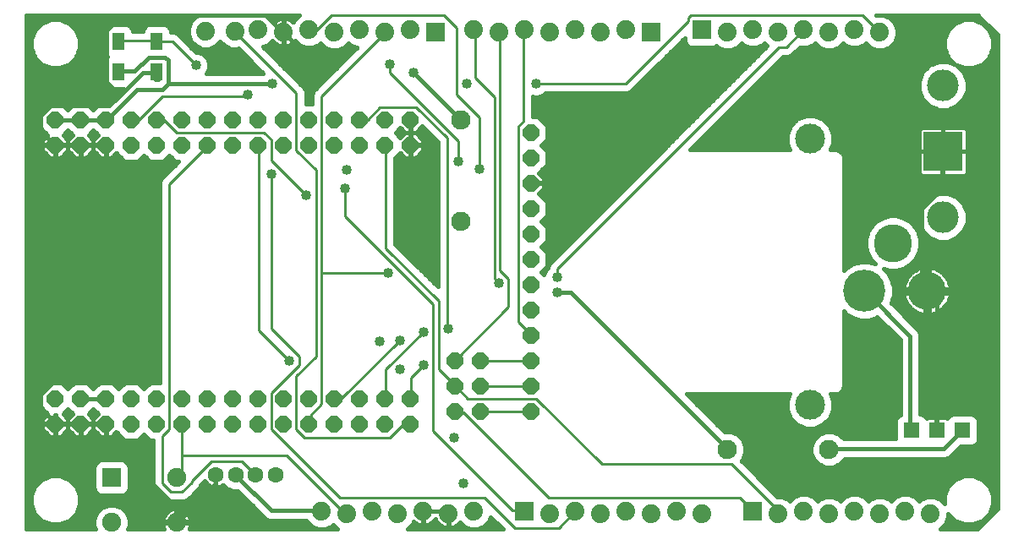
<source format=gtl>
G75*
%MOIN*%
%OFA0B0*%
%FSLAX25Y25*%
%IPPOS*%
%LPD*%
%AMOC8*
5,1,8,0,0,1.08239X$1,22.5*
%
%ADD10R,0.07400X0.07400*%
%ADD11C,0.07400*%
%ADD12OC8,0.06400*%
%ADD13C,0.11811*%
%ADD14C,0.06299*%
%ADD15R,0.15600X0.15600*%
%ADD16C,0.12500*%
%ADD17R,0.07500X0.07500*%
%ADD18C,0.07500*%
%ADD19R,0.04724X0.07087*%
%ADD20C,0.16598*%
%ADD21C,0.15024*%
%ADD22R,0.06337X0.06337*%
%ADD23C,0.07600*%
%ADD24C,0.01500*%
%ADD25C,0.04000*%
%ADD26C,0.01600*%
%ADD27C,0.01000*%
D10*
X0292595Y0032300D03*
X0382595Y0032300D03*
X0342595Y0221300D03*
X0362595Y0222300D03*
X0257595Y0221300D03*
D11*
X0247595Y0222300D03*
X0237595Y0221300D03*
X0227595Y0222300D03*
X0217595Y0221300D03*
X0207595Y0222300D03*
X0197595Y0221300D03*
X0187595Y0222300D03*
X0178295Y0221800D03*
X0166895Y0221800D03*
X0272595Y0222300D03*
X0282595Y0221300D03*
X0292595Y0222300D03*
X0302595Y0221300D03*
X0312595Y0222300D03*
X0322595Y0221300D03*
X0332595Y0222300D03*
X0372595Y0221300D03*
X0382595Y0222300D03*
X0392595Y0221300D03*
X0402595Y0222300D03*
X0412595Y0221300D03*
X0422595Y0222300D03*
X0432595Y0221300D03*
X0422595Y0032300D03*
X0412595Y0031300D03*
X0402595Y0032300D03*
X0392595Y0031300D03*
X0362595Y0031300D03*
X0352595Y0032300D03*
X0342595Y0031300D03*
X0332595Y0032300D03*
X0322595Y0031300D03*
X0312595Y0032300D03*
X0302595Y0031300D03*
X0272595Y0032300D03*
X0262595Y0031300D03*
X0252595Y0032300D03*
X0242595Y0031300D03*
X0232595Y0032300D03*
X0222595Y0031300D03*
X0212595Y0032300D03*
X0432595Y0031300D03*
X0442595Y0032300D03*
X0452595Y0031300D03*
D12*
X0295095Y0071800D03*
X0295095Y0081800D03*
X0295095Y0091800D03*
X0295095Y0101800D03*
X0295095Y0111800D03*
X0295095Y0121800D03*
X0295095Y0131800D03*
X0295095Y0141800D03*
X0295095Y0151800D03*
X0295095Y0161800D03*
X0295095Y0171800D03*
X0295095Y0181800D03*
X0247595Y0176800D03*
X0237595Y0176800D03*
X0227595Y0176800D03*
X0217595Y0176800D03*
X0207595Y0176800D03*
X0197595Y0176800D03*
X0187595Y0176800D03*
X0177595Y0176800D03*
X0167595Y0176800D03*
X0157595Y0176800D03*
X0147595Y0176800D03*
X0137595Y0176800D03*
X0127595Y0176800D03*
X0117595Y0176800D03*
X0107595Y0176800D03*
X0107595Y0186800D03*
X0117595Y0186800D03*
X0127595Y0186800D03*
X0137595Y0186800D03*
X0147595Y0186800D03*
X0157595Y0186800D03*
X0167595Y0186800D03*
X0177595Y0186800D03*
X0187595Y0186800D03*
X0197595Y0186800D03*
X0207595Y0186800D03*
X0217595Y0186800D03*
X0227595Y0186800D03*
X0237595Y0186800D03*
X0247595Y0186800D03*
X0265095Y0091800D03*
X0275095Y0091800D03*
X0275095Y0081800D03*
X0265095Y0081800D03*
X0265095Y0071800D03*
X0275095Y0071800D03*
X0247595Y0066800D03*
X0237595Y0066800D03*
X0227595Y0066800D03*
X0217595Y0066800D03*
X0207595Y0066800D03*
X0197595Y0066800D03*
X0187595Y0066800D03*
X0177595Y0066800D03*
X0167595Y0066800D03*
X0157595Y0066800D03*
X0147595Y0066800D03*
X0137595Y0066800D03*
X0127595Y0066800D03*
X0117595Y0066800D03*
X0107595Y0066800D03*
X0107595Y0076800D03*
X0117595Y0076800D03*
X0127595Y0076800D03*
X0137595Y0076800D03*
X0147595Y0076800D03*
X0157595Y0076800D03*
X0167595Y0076800D03*
X0177595Y0076800D03*
X0187595Y0076800D03*
X0197595Y0076800D03*
X0207595Y0076800D03*
X0217595Y0076800D03*
X0227595Y0076800D03*
X0237595Y0076800D03*
X0247595Y0076800D03*
D13*
X0405095Y0074300D03*
X0405095Y0179300D03*
D14*
X0194406Y0046800D03*
X0186532Y0046800D03*
X0178658Y0046800D03*
X0170784Y0046800D03*
D15*
X0457595Y0174300D03*
D16*
X0457595Y0200300D03*
X0457595Y0148300D03*
D17*
X0129800Y0045658D03*
D18*
X0129800Y0027942D03*
X0155390Y0027942D03*
X0155390Y0045658D03*
D19*
X0147595Y0205898D03*
X0132595Y0205898D03*
X0132595Y0217702D03*
X0147595Y0217702D03*
D20*
X0426552Y0119300D03*
D21*
X0451158Y0119300D03*
X0437772Y0138198D03*
D22*
X0445095Y0064300D03*
X0455095Y0064300D03*
X0465095Y0064300D03*
D23*
X0412595Y0056800D03*
X0372595Y0056800D03*
X0267595Y0146800D03*
X0267595Y0186800D03*
D24*
X0267495Y0186800D01*
X0248795Y0205500D01*
X0247695Y0186800D02*
X0247595Y0186800D01*
X0247695Y0186800D02*
X0247695Y0176900D01*
X0247595Y0176800D01*
X0218545Y0208800D02*
X0210295Y0208800D01*
X0198195Y0220900D01*
X0197595Y0221300D01*
X0197095Y0221450D01*
X0190495Y0228050D01*
X0133845Y0228050D01*
X0127795Y0222000D01*
X0127795Y0201650D01*
X0133020Y0196425D01*
X0142095Y0205500D01*
X0147595Y0205500D01*
X0147595Y0205898D01*
X0151995Y0210450D02*
X0151995Y0201100D01*
X0193245Y0201100D01*
X0151995Y0201100D02*
X0149795Y0198900D01*
X0139895Y0198900D01*
X0127795Y0186800D01*
X0127595Y0186800D01*
X0117595Y0186800D01*
X0107595Y0186800D01*
X0105795Y0192300D02*
X0101945Y0188450D01*
X0101945Y0182400D01*
X0107445Y0176900D01*
X0107595Y0176800D01*
X0107445Y0176350D01*
X0107445Y0083950D01*
X0101945Y0078450D01*
X0101945Y0072950D01*
X0107445Y0067450D01*
X0107595Y0066800D01*
X0107995Y0066900D01*
X0117345Y0066900D01*
X0117595Y0066800D01*
X0117895Y0066900D01*
X0127245Y0066900D01*
X0127595Y0066800D01*
X0127795Y0066350D01*
X0127795Y0061400D01*
X0158320Y0030875D01*
X0170695Y0043250D01*
X0170695Y0046550D01*
X0170784Y0046800D01*
X0178658Y0046800D02*
X0178945Y0046550D01*
X0192695Y0032800D01*
X0212495Y0032800D01*
X0212595Y0032300D01*
X0252595Y0032300D02*
X0252645Y0032250D01*
X0261995Y0032250D01*
X0262545Y0031700D01*
X0262595Y0031300D01*
X0158320Y0030875D02*
X0155845Y0028400D01*
X0155390Y0027942D01*
X0127595Y0076800D02*
X0117595Y0076800D01*
X0117595Y0176800D02*
X0117345Y0176900D01*
X0107995Y0176900D01*
X0107595Y0176800D01*
X0117595Y0176800D02*
X0117895Y0176900D01*
X0127245Y0176900D01*
X0127595Y0176800D01*
X0128895Y0192300D02*
X0105795Y0192300D01*
X0128895Y0192300D02*
X0133020Y0196425D01*
X0132595Y0205898D02*
X0132745Y0206050D01*
X0138795Y0206050D01*
X0144295Y0211550D01*
X0150895Y0211550D01*
X0151995Y0210450D01*
X0305445Y0118600D02*
X0310945Y0118600D01*
X0372545Y0057000D01*
X0372595Y0056800D01*
X0412595Y0056800D02*
X0412695Y0057000D01*
X0457795Y0057000D01*
X0465095Y0064300D01*
X0455095Y0064300D02*
X0455045Y0064700D01*
X0455045Y0115300D01*
X0451195Y0119150D01*
X0451158Y0119300D01*
X0450645Y0119700D01*
X0448995Y0121350D01*
X0448995Y0151600D01*
X0457245Y0159850D01*
X0457245Y0174150D01*
X0457595Y0174300D01*
X0426995Y0119150D02*
X0426552Y0119300D01*
X0426995Y0119150D02*
X0444595Y0101550D01*
X0444595Y0064700D01*
X0445095Y0064300D01*
D25*
X0305445Y0118600D03*
X0305445Y0124650D03*
X0282345Y0122450D03*
X0262545Y0104300D03*
X0252645Y0103200D03*
X0243295Y0099900D03*
X0235595Y0099350D03*
X0243295Y0088350D03*
X0252645Y0090000D03*
X0264745Y0061400D03*
X0268595Y0043250D03*
X0199845Y0091650D03*
X0238895Y0126300D03*
X0206445Y0157100D03*
X0221845Y0159850D03*
X0222395Y0167000D03*
X0192695Y0165350D03*
X0183345Y0196700D03*
X0193245Y0201100D03*
X0218545Y0208800D03*
X0239445Y0208800D03*
X0248795Y0205500D03*
X0269695Y0201100D03*
X0297195Y0201100D03*
X0274645Y0167550D03*
X0266395Y0170300D03*
X0162995Y0208250D03*
D26*
X0096195Y0228200D02*
X0096195Y0025400D01*
X0123330Y0025400D01*
X0122850Y0026559D01*
X0122850Y0029324D01*
X0123908Y0031879D01*
X0125863Y0033834D01*
X0128417Y0034892D01*
X0131182Y0034892D01*
X0133737Y0033834D01*
X0135692Y0031879D01*
X0136750Y0029324D01*
X0136750Y0026559D01*
X0136270Y0025400D01*
X0150457Y0025400D01*
X0150247Y0025811D01*
X0149977Y0026642D01*
X0149840Y0027505D01*
X0149840Y0027617D01*
X0155065Y0027617D01*
X0155065Y0028267D01*
X0149840Y0028267D01*
X0149840Y0028379D01*
X0149977Y0029241D01*
X0150247Y0030072D01*
X0150644Y0030851D01*
X0151157Y0031557D01*
X0151775Y0032175D01*
X0152482Y0032689D01*
X0153260Y0033085D01*
X0154091Y0033355D01*
X0154954Y0033492D01*
X0155065Y0033492D01*
X0155065Y0028267D01*
X0155715Y0028267D01*
X0155715Y0033492D01*
X0155827Y0033492D01*
X0156690Y0033355D01*
X0157521Y0033085D01*
X0158299Y0032689D01*
X0159006Y0032175D01*
X0159624Y0031557D01*
X0160137Y0030851D01*
X0160534Y0030072D01*
X0160804Y0029241D01*
X0160940Y0028379D01*
X0160940Y0028267D01*
X0155715Y0028267D01*
X0155715Y0027617D01*
X0160940Y0027617D01*
X0160940Y0027505D01*
X0160804Y0026642D01*
X0160534Y0025811D01*
X0160324Y0025400D01*
X0218808Y0025400D01*
X0218687Y0025450D01*
X0217095Y0027042D01*
X0216504Y0026450D01*
X0213968Y0025400D01*
X0211223Y0025400D01*
X0208687Y0026450D01*
X0206746Y0028391D01*
X0206556Y0028850D01*
X0191909Y0028850D01*
X0190458Y0029451D01*
X0189346Y0030562D01*
X0179459Y0040450D01*
X0177395Y0040450D01*
X0175061Y0041417D01*
X0173687Y0042791D01*
X0173378Y0042567D01*
X0172684Y0042213D01*
X0171943Y0041972D01*
X0171174Y0041850D01*
X0170784Y0041850D01*
X0170784Y0046800D01*
X0170784Y0046800D01*
X0170784Y0041850D01*
X0170395Y0041850D01*
X0169625Y0041972D01*
X0168884Y0042213D01*
X0168190Y0042567D01*
X0167560Y0043025D01*
X0167009Y0043576D01*
X0166551Y0044206D01*
X0166511Y0044284D01*
X0164871Y0042643D01*
X0164482Y0041704D01*
X0160632Y0037854D01*
X0159591Y0036813D01*
X0158231Y0036250D01*
X0152359Y0036250D01*
X0150999Y0036813D01*
X0147699Y0040113D01*
X0146658Y0041154D01*
X0146095Y0042514D01*
X0146095Y0060400D01*
X0144944Y0060400D01*
X0142595Y0062749D01*
X0140246Y0060400D01*
X0134944Y0060400D01*
X0131605Y0063739D01*
X0129666Y0061800D01*
X0127795Y0061800D01*
X0127795Y0066600D01*
X0127395Y0066600D01*
X0122595Y0066600D01*
X0117795Y0066600D01*
X0117795Y0061800D01*
X0119666Y0061800D01*
X0122595Y0064729D01*
X0122595Y0066600D01*
X0122595Y0064729D01*
X0125524Y0061800D01*
X0127395Y0061800D01*
X0127395Y0066600D01*
X0127395Y0067000D01*
X0122595Y0067000D01*
X0122595Y0068871D01*
X0120656Y0070810D01*
X0122595Y0072749D01*
X0124534Y0070810D01*
X0122595Y0068871D01*
X0122595Y0067000D01*
X0117795Y0067000D01*
X0117795Y0066600D01*
X0117395Y0066600D01*
X0112595Y0066600D01*
X0107795Y0066600D01*
X0107795Y0061800D01*
X0109666Y0061800D01*
X0112595Y0064729D01*
X0112595Y0066600D01*
X0112595Y0064729D01*
X0115524Y0061800D01*
X0117395Y0061800D01*
X0117395Y0066600D01*
X0117395Y0067000D01*
X0112595Y0067000D01*
X0112595Y0068871D01*
X0110656Y0070810D01*
X0112595Y0072749D01*
X0114534Y0070810D01*
X0112595Y0068871D01*
X0112595Y0067000D01*
X0107795Y0067000D01*
X0107795Y0070400D01*
X0107395Y0070400D01*
X0107395Y0067000D01*
X0107395Y0066600D01*
X0102595Y0066600D01*
X0102595Y0064729D01*
X0105524Y0061800D01*
X0107395Y0061800D01*
X0107395Y0066600D01*
X0107795Y0066600D01*
X0107795Y0067000D01*
X0107395Y0067000D01*
X0102595Y0067000D01*
X0102595Y0068871D01*
X0104534Y0070810D01*
X0101195Y0074149D01*
X0101195Y0079451D01*
X0104944Y0083200D01*
X0110246Y0083200D01*
X0112595Y0080851D01*
X0114944Y0083200D01*
X0120246Y0083200D01*
X0122595Y0080851D01*
X0124944Y0083200D01*
X0130246Y0083200D01*
X0132595Y0080851D01*
X0134944Y0083200D01*
X0140246Y0083200D01*
X0142595Y0080851D01*
X0144944Y0083200D01*
X0148845Y0083200D01*
X0148845Y0162236D01*
X0149408Y0163596D01*
X0156213Y0170400D01*
X0154944Y0170400D01*
X0152595Y0172749D01*
X0150246Y0170400D01*
X0144944Y0170400D01*
X0142595Y0172749D01*
X0140246Y0170400D01*
X0134944Y0170400D01*
X0131605Y0173739D01*
X0129666Y0171800D01*
X0127795Y0171800D01*
X0127795Y0176600D01*
X0127395Y0176600D01*
X0122595Y0176600D01*
X0117795Y0176600D01*
X0117795Y0171800D01*
X0119666Y0171800D01*
X0122595Y0174729D01*
X0122595Y0176600D01*
X0122595Y0174729D01*
X0125524Y0171800D01*
X0127395Y0171800D01*
X0127395Y0176600D01*
X0127395Y0177000D01*
X0122595Y0177000D01*
X0122595Y0178871D01*
X0120656Y0180810D01*
X0122595Y0182749D01*
X0124534Y0180810D01*
X0122595Y0178871D01*
X0122595Y0177000D01*
X0117795Y0177000D01*
X0117795Y0176600D01*
X0117395Y0176600D01*
X0112595Y0176600D01*
X0107795Y0176600D01*
X0107795Y0171800D01*
X0109666Y0171800D01*
X0112595Y0174729D01*
X0112595Y0176600D01*
X0112595Y0174729D01*
X0115524Y0171800D01*
X0117395Y0171800D01*
X0117395Y0176600D01*
X0117395Y0177000D01*
X0112595Y0177000D01*
X0112595Y0178871D01*
X0110656Y0180810D01*
X0112595Y0182749D01*
X0114534Y0180810D01*
X0112595Y0178871D01*
X0112595Y0177000D01*
X0107795Y0177000D01*
X0107795Y0176600D01*
X0107395Y0176600D01*
X0102595Y0176600D01*
X0102595Y0174729D01*
X0105524Y0171800D01*
X0107395Y0171800D01*
X0107395Y0176600D01*
X0107395Y0177000D01*
X0102595Y0177000D01*
X0102595Y0178871D01*
X0104534Y0180810D01*
X0101195Y0184149D01*
X0101195Y0189451D01*
X0104944Y0193200D01*
X0110246Y0193200D01*
X0112595Y0190851D01*
X0114944Y0193200D01*
X0120246Y0193200D01*
X0122595Y0190851D01*
X0124944Y0193200D01*
X0128609Y0193200D01*
X0134564Y0199155D01*
X0129596Y0199155D01*
X0128420Y0199642D01*
X0127520Y0200542D01*
X0127033Y0201719D01*
X0127033Y0210078D01*
X0127520Y0211254D01*
X0128066Y0211800D01*
X0127520Y0212346D01*
X0127033Y0213522D01*
X0127033Y0221881D01*
X0127520Y0223058D01*
X0128420Y0223958D01*
X0129596Y0224445D01*
X0135594Y0224445D01*
X0136770Y0223958D01*
X0137670Y0223058D01*
X0138157Y0221881D01*
X0138157Y0221850D01*
X0142033Y0221850D01*
X0142033Y0221881D01*
X0142520Y0223058D01*
X0143420Y0223958D01*
X0144596Y0224445D01*
X0150594Y0224445D01*
X0151770Y0223958D01*
X0152670Y0223058D01*
X0153157Y0221881D01*
X0153157Y0221300D01*
X0154381Y0221300D01*
X0155741Y0220737D01*
X0163028Y0213450D01*
X0164029Y0213450D01*
X0165941Y0212658D01*
X0167403Y0211196D01*
X0168195Y0209284D01*
X0168195Y0207216D01*
X0167403Y0205304D01*
X0167149Y0205050D01*
X0189563Y0205050D01*
X0179699Y0214913D01*
X0179668Y0214900D01*
X0176923Y0214900D01*
X0174387Y0215950D01*
X0172595Y0217742D01*
X0170804Y0215950D01*
X0168268Y0214900D01*
X0165523Y0214900D01*
X0162987Y0215950D01*
X0161046Y0217891D01*
X0159995Y0220427D01*
X0159995Y0223172D01*
X0161046Y0225709D01*
X0162987Y0227650D01*
X0164316Y0228200D01*
X0096195Y0228200D01*
X0096195Y0228008D02*
X0163852Y0228008D01*
X0161747Y0226409D02*
X0096195Y0226409D01*
X0096195Y0224811D02*
X0102172Y0224811D01*
X0102214Y0224853D02*
X0099542Y0222181D01*
X0098096Y0218690D01*
X0098096Y0214910D01*
X0099542Y0211419D01*
X0102214Y0208747D01*
X0105706Y0207301D01*
X0109485Y0207301D01*
X0112976Y0208747D01*
X0115648Y0211419D01*
X0117094Y0214910D01*
X0117094Y0218690D01*
X0115648Y0222181D01*
X0112976Y0224853D01*
X0109485Y0226299D01*
X0105706Y0226299D01*
X0102214Y0224853D01*
X0100574Y0223212D02*
X0096195Y0223212D01*
X0096195Y0221614D02*
X0099307Y0221614D01*
X0098645Y0220015D02*
X0096195Y0220015D01*
X0096195Y0218417D02*
X0098096Y0218417D01*
X0098096Y0216818D02*
X0096195Y0216818D01*
X0096195Y0215220D02*
X0098096Y0215220D01*
X0098630Y0213621D02*
X0096195Y0213621D01*
X0096195Y0212023D02*
X0099292Y0212023D01*
X0100537Y0210424D02*
X0096195Y0210424D01*
X0096195Y0208826D02*
X0102135Y0208826D01*
X0096195Y0207227D02*
X0127033Y0207227D01*
X0127033Y0205629D02*
X0096195Y0205629D01*
X0096195Y0204030D02*
X0127033Y0204030D01*
X0127033Y0202432D02*
X0096195Y0202432D01*
X0096195Y0200833D02*
X0127400Y0200833D01*
X0129404Y0199235D02*
X0096195Y0199235D01*
X0096195Y0197636D02*
X0133045Y0197636D01*
X0131447Y0196038D02*
X0096195Y0196038D01*
X0096195Y0194439D02*
X0129848Y0194439D01*
X0124585Y0192841D02*
X0120605Y0192841D01*
X0122204Y0191242D02*
X0122986Y0191242D01*
X0114585Y0192841D02*
X0110605Y0192841D01*
X0112204Y0191242D02*
X0112986Y0191242D01*
X0104585Y0192841D02*
X0096195Y0192841D01*
X0096195Y0191242D02*
X0102986Y0191242D01*
X0101388Y0189644D02*
X0096195Y0189644D01*
X0096195Y0188045D02*
X0101195Y0188045D01*
X0101195Y0186447D02*
X0096195Y0186447D01*
X0096195Y0184848D02*
X0101195Y0184848D01*
X0102095Y0183250D02*
X0096195Y0183250D01*
X0096195Y0181651D02*
X0103693Y0181651D01*
X0103777Y0180053D02*
X0096195Y0180053D01*
X0096195Y0178454D02*
X0102595Y0178454D01*
X0102595Y0175257D02*
X0096195Y0175257D01*
X0096195Y0173659D02*
X0103666Y0173659D01*
X0105264Y0172060D02*
X0096195Y0172060D01*
X0096195Y0170462D02*
X0134883Y0170462D01*
X0133284Y0172060D02*
X0129926Y0172060D01*
X0127795Y0172060D02*
X0127395Y0172060D01*
X0127395Y0173659D02*
X0127795Y0173659D01*
X0127795Y0175257D02*
X0127395Y0175257D01*
X0127395Y0176856D02*
X0117795Y0176856D01*
X0117395Y0176856D02*
X0107795Y0176856D01*
X0107395Y0176856D02*
X0096195Y0176856D01*
X0107395Y0175257D02*
X0107795Y0175257D01*
X0107795Y0173659D02*
X0107395Y0173659D01*
X0107395Y0172060D02*
X0107795Y0172060D01*
X0109926Y0172060D02*
X0115264Y0172060D01*
X0117395Y0172060D02*
X0117795Y0172060D01*
X0117795Y0173659D02*
X0117395Y0173659D01*
X0117395Y0175257D02*
X0117795Y0175257D01*
X0119926Y0172060D02*
X0125264Y0172060D01*
X0123666Y0173659D02*
X0121525Y0173659D01*
X0122595Y0175257D02*
X0122595Y0175257D01*
X0122595Y0178454D02*
X0122595Y0178454D01*
X0121414Y0180053D02*
X0123777Y0180053D01*
X0123693Y0181651D02*
X0121497Y0181651D01*
X0113693Y0181651D02*
X0111497Y0181651D01*
X0111414Y0180053D02*
X0113777Y0180053D01*
X0112595Y0178454D02*
X0112595Y0178454D01*
X0112595Y0175257D02*
X0112595Y0175257D01*
X0111525Y0173659D02*
X0113666Y0173659D01*
X0131525Y0173659D02*
X0131686Y0173659D01*
X0140308Y0170462D02*
X0144883Y0170462D01*
X0143284Y0172060D02*
X0141906Y0172060D01*
X0150308Y0170462D02*
X0154883Y0170462D01*
X0154676Y0168863D02*
X0096195Y0168863D01*
X0096195Y0167265D02*
X0153077Y0167265D01*
X0151479Y0165666D02*
X0096195Y0165666D01*
X0096195Y0164068D02*
X0149880Y0164068D01*
X0148942Y0162469D02*
X0096195Y0162469D01*
X0096195Y0160870D02*
X0148845Y0160870D01*
X0148845Y0159272D02*
X0096195Y0159272D01*
X0096195Y0157673D02*
X0148845Y0157673D01*
X0148845Y0156075D02*
X0096195Y0156075D01*
X0096195Y0154476D02*
X0148845Y0154476D01*
X0148845Y0152878D02*
X0096195Y0152878D01*
X0096195Y0151279D02*
X0148845Y0151279D01*
X0148845Y0149681D02*
X0096195Y0149681D01*
X0096195Y0148082D02*
X0148845Y0148082D01*
X0148845Y0146484D02*
X0096195Y0146484D01*
X0096195Y0144885D02*
X0148845Y0144885D01*
X0148845Y0143287D02*
X0096195Y0143287D01*
X0096195Y0141688D02*
X0148845Y0141688D01*
X0148845Y0140090D02*
X0096195Y0140090D01*
X0096195Y0138491D02*
X0148845Y0138491D01*
X0148845Y0136893D02*
X0096195Y0136893D01*
X0096195Y0135294D02*
X0148845Y0135294D01*
X0148845Y0133696D02*
X0096195Y0133696D01*
X0096195Y0132097D02*
X0148845Y0132097D01*
X0148845Y0130499D02*
X0096195Y0130499D01*
X0096195Y0128900D02*
X0148845Y0128900D01*
X0148845Y0127302D02*
X0096195Y0127302D01*
X0096195Y0125703D02*
X0148845Y0125703D01*
X0148845Y0124105D02*
X0096195Y0124105D01*
X0096195Y0122506D02*
X0148845Y0122506D01*
X0148845Y0120908D02*
X0096195Y0120908D01*
X0096195Y0119309D02*
X0148845Y0119309D01*
X0148845Y0117711D02*
X0096195Y0117711D01*
X0096195Y0116112D02*
X0148845Y0116112D01*
X0148845Y0114514D02*
X0096195Y0114514D01*
X0096195Y0112915D02*
X0148845Y0112915D01*
X0148845Y0111317D02*
X0096195Y0111317D01*
X0096195Y0109718D02*
X0148845Y0109718D01*
X0148845Y0108120D02*
X0096195Y0108120D01*
X0096195Y0106521D02*
X0148845Y0106521D01*
X0148845Y0104923D02*
X0096195Y0104923D01*
X0096195Y0103324D02*
X0148845Y0103324D01*
X0148845Y0101726D02*
X0096195Y0101726D01*
X0096195Y0100127D02*
X0148845Y0100127D01*
X0148845Y0098529D02*
X0096195Y0098529D01*
X0096195Y0096930D02*
X0148845Y0096930D01*
X0148845Y0095332D02*
X0096195Y0095332D01*
X0096195Y0093733D02*
X0148845Y0093733D01*
X0148845Y0092134D02*
X0096195Y0092134D01*
X0096195Y0090536D02*
X0148845Y0090536D01*
X0148845Y0088937D02*
X0096195Y0088937D01*
X0096195Y0087339D02*
X0148845Y0087339D01*
X0148845Y0085740D02*
X0096195Y0085740D01*
X0096195Y0084142D02*
X0148845Y0084142D01*
X0144288Y0082543D02*
X0140903Y0082543D01*
X0142501Y0080945D02*
X0142689Y0080945D01*
X0134288Y0082543D02*
X0130903Y0082543D01*
X0132501Y0080945D02*
X0132689Y0080945D01*
X0124288Y0082543D02*
X0120903Y0082543D01*
X0122501Y0080945D02*
X0122689Y0080945D01*
X0114288Y0082543D02*
X0110903Y0082543D01*
X0112501Y0080945D02*
X0112689Y0080945D01*
X0104288Y0082543D02*
X0096195Y0082543D01*
X0096195Y0080945D02*
X0102689Y0080945D01*
X0101195Y0079346D02*
X0096195Y0079346D01*
X0096195Y0077748D02*
X0101195Y0077748D01*
X0101195Y0076149D02*
X0096195Y0076149D01*
X0096195Y0074551D02*
X0101195Y0074551D01*
X0102392Y0072952D02*
X0096195Y0072952D01*
X0096195Y0071354D02*
X0103990Y0071354D01*
X0103479Y0069755D02*
X0096195Y0069755D01*
X0096195Y0068157D02*
X0102595Y0068157D01*
X0102595Y0066558D02*
X0096195Y0066558D01*
X0096195Y0064960D02*
X0102595Y0064960D01*
X0103963Y0063361D02*
X0096195Y0063361D01*
X0096195Y0061763D02*
X0133581Y0061763D01*
X0131983Y0063361D02*
X0131227Y0063361D01*
X0127795Y0063361D02*
X0127395Y0063361D01*
X0127395Y0064960D02*
X0127795Y0064960D01*
X0127795Y0066558D02*
X0127395Y0066558D01*
X0123963Y0063361D02*
X0121227Y0063361D01*
X0122595Y0064960D02*
X0122595Y0064960D01*
X0122595Y0066558D02*
X0122595Y0066558D01*
X0122595Y0068157D02*
X0122595Y0068157D01*
X0121711Y0069755D02*
X0123479Y0069755D01*
X0123990Y0071354D02*
X0121200Y0071354D01*
X0113990Y0071354D02*
X0111200Y0071354D01*
X0111711Y0069755D02*
X0113479Y0069755D01*
X0112595Y0068157D02*
X0112595Y0068157D01*
X0112595Y0066558D02*
X0112595Y0066558D01*
X0112595Y0064960D02*
X0112595Y0064960D01*
X0111227Y0063361D02*
X0113963Y0063361D01*
X0117395Y0063361D02*
X0117795Y0063361D01*
X0117795Y0064960D02*
X0117395Y0064960D01*
X0117395Y0066558D02*
X0117795Y0066558D01*
X0107795Y0066558D02*
X0107395Y0066558D01*
X0107395Y0064960D02*
X0107795Y0064960D01*
X0107795Y0063361D02*
X0107395Y0063361D01*
X0107395Y0068157D02*
X0107795Y0068157D01*
X0107795Y0069755D02*
X0107395Y0069755D01*
X0096195Y0060164D02*
X0146095Y0060164D01*
X0146095Y0058566D02*
X0096195Y0058566D01*
X0096195Y0056967D02*
X0146095Y0056967D01*
X0146095Y0055369D02*
X0096195Y0055369D01*
X0096195Y0053770D02*
X0146095Y0053770D01*
X0146095Y0052172D02*
X0135240Y0052172D01*
X0135363Y0052121D02*
X0134186Y0052608D01*
X0125413Y0052608D01*
X0124237Y0052121D01*
X0123337Y0051221D01*
X0122850Y0050045D01*
X0122850Y0041272D01*
X0123337Y0040096D01*
X0124237Y0039195D01*
X0125413Y0038708D01*
X0134186Y0038708D01*
X0135363Y0039195D01*
X0136263Y0040096D01*
X0136750Y0041272D01*
X0136750Y0050045D01*
X0136263Y0051221D01*
X0135363Y0052121D01*
X0136531Y0050573D02*
X0146095Y0050573D01*
X0146095Y0048975D02*
X0136750Y0048975D01*
X0136750Y0047376D02*
X0146095Y0047376D01*
X0146095Y0045778D02*
X0136750Y0045778D01*
X0136750Y0044179D02*
X0146095Y0044179D01*
X0146095Y0042581D02*
X0136750Y0042581D01*
X0136630Y0040982D02*
X0146830Y0040982D01*
X0148429Y0039384D02*
X0135551Y0039384D01*
X0131915Y0034588D02*
X0185321Y0034588D01*
X0186919Y0032990D02*
X0157708Y0032990D01*
X0155715Y0032990D02*
X0155065Y0032990D01*
X0155065Y0031391D02*
X0155715Y0031391D01*
X0155715Y0029793D02*
X0155065Y0029793D01*
X0155065Y0028194D02*
X0136750Y0028194D01*
X0136750Y0026596D02*
X0149992Y0026596D01*
X0150156Y0029793D02*
X0136556Y0029793D01*
X0135894Y0031391D02*
X0151036Y0031391D01*
X0153072Y0032990D02*
X0134581Y0032990D01*
X0127684Y0034588D02*
X0116961Y0034588D01*
X0117094Y0034910D02*
X0115648Y0031419D01*
X0112976Y0028747D01*
X0109485Y0027301D01*
X0105706Y0027301D01*
X0102214Y0028747D01*
X0099542Y0031419D01*
X0098096Y0034910D01*
X0098096Y0038690D01*
X0099542Y0042181D01*
X0102214Y0044853D01*
X0105706Y0046299D01*
X0109485Y0046299D01*
X0112976Y0044853D01*
X0115648Y0042181D01*
X0117094Y0038690D01*
X0117094Y0034910D01*
X0117094Y0036187D02*
X0183722Y0036187D01*
X0182124Y0037785D02*
X0160563Y0037785D01*
X0162161Y0039384D02*
X0180525Y0039384D01*
X0176111Y0040982D02*
X0163760Y0040982D01*
X0164845Y0042581D02*
X0168171Y0042581D01*
X0166570Y0044179D02*
X0166407Y0044179D01*
X0170784Y0044179D02*
X0170784Y0044179D01*
X0170784Y0042581D02*
X0170784Y0042581D01*
X0173397Y0042581D02*
X0173898Y0042581D01*
X0170784Y0045778D02*
X0170784Y0045778D01*
X0150027Y0037785D02*
X0117094Y0037785D01*
X0116807Y0039384D02*
X0124049Y0039384D01*
X0122970Y0040982D02*
X0116145Y0040982D01*
X0115248Y0042581D02*
X0122850Y0042581D01*
X0122850Y0044179D02*
X0113650Y0044179D01*
X0110744Y0045778D02*
X0122850Y0045778D01*
X0122850Y0047376D02*
X0096195Y0047376D01*
X0096195Y0045778D02*
X0104447Y0045778D01*
X0101540Y0044179D02*
X0096195Y0044179D01*
X0096195Y0042581D02*
X0099942Y0042581D01*
X0099046Y0040982D02*
X0096195Y0040982D01*
X0096195Y0039384D02*
X0098383Y0039384D01*
X0098096Y0037785D02*
X0096195Y0037785D01*
X0096195Y0036187D02*
X0098096Y0036187D01*
X0098229Y0034588D02*
X0096195Y0034588D01*
X0096195Y0032990D02*
X0098892Y0032990D01*
X0099570Y0031391D02*
X0096195Y0031391D01*
X0096195Y0029793D02*
X0101169Y0029793D01*
X0103549Y0028194D02*
X0096195Y0028194D01*
X0096195Y0026596D02*
X0122850Y0026596D01*
X0122850Y0028194D02*
X0111641Y0028194D01*
X0114022Y0029793D02*
X0123044Y0029793D01*
X0123706Y0031391D02*
X0115620Y0031391D01*
X0116299Y0032990D02*
X0125019Y0032990D01*
X0122850Y0048975D02*
X0096195Y0048975D01*
X0096195Y0050573D02*
X0123069Y0050573D01*
X0124359Y0052172D02*
X0096195Y0052172D01*
X0141609Y0061763D02*
X0143581Y0061763D01*
X0159745Y0031391D02*
X0188518Y0031391D01*
X0190116Y0029793D02*
X0160625Y0029793D01*
X0160789Y0026596D02*
X0208542Y0026596D01*
X0206943Y0028194D02*
X0155715Y0028194D01*
X0216649Y0026596D02*
X0217542Y0026596D01*
X0246382Y0025400D02*
X0283963Y0025400D01*
X0279185Y0030178D01*
X0278445Y0028391D01*
X0276504Y0026450D01*
X0273968Y0025400D01*
X0271223Y0025400D01*
X0268687Y0026450D01*
X0267055Y0028082D01*
X0266790Y0027717D01*
X0266178Y0027105D01*
X0265478Y0026596D01*
X0264706Y0026203D01*
X0263883Y0025935D01*
X0263028Y0025800D01*
X0262795Y0025800D01*
X0262795Y0031100D01*
X0262395Y0031100D01*
X0262395Y0025800D01*
X0262162Y0025800D01*
X0261307Y0025935D01*
X0260484Y0026203D01*
X0259712Y0026596D01*
X0259012Y0027105D01*
X0258400Y0027717D01*
X0257891Y0028417D01*
X0257498Y0029189D01*
X0257375Y0029567D01*
X0257299Y0029417D01*
X0256790Y0028717D01*
X0256178Y0028105D01*
X0255478Y0027596D01*
X0254706Y0027203D01*
X0253883Y0026935D01*
X0253028Y0026800D01*
X0252795Y0026800D01*
X0252795Y0032100D01*
X0252395Y0032100D01*
X0252395Y0026800D01*
X0252162Y0026800D01*
X0251307Y0026935D01*
X0250484Y0027203D01*
X0249712Y0027596D01*
X0249012Y0028105D01*
X0248820Y0028297D01*
X0248445Y0027391D01*
X0246504Y0025450D01*
X0246382Y0025400D01*
X0247649Y0026596D02*
X0259713Y0026596D01*
X0258053Y0028194D02*
X0256267Y0028194D01*
X0252795Y0028194D02*
X0252395Y0028194D01*
X0252395Y0029793D02*
X0252795Y0029793D01*
X0252795Y0031391D02*
X0252395Y0031391D01*
X0248923Y0028194D02*
X0248777Y0028194D01*
X0262395Y0028194D02*
X0262795Y0028194D01*
X0262795Y0026596D02*
X0262395Y0026596D01*
X0265477Y0026596D02*
X0268542Y0026596D01*
X0262795Y0029793D02*
X0262395Y0029793D01*
X0262395Y0031500D02*
X0262395Y0034050D01*
X0262795Y0034050D01*
X0262795Y0031500D01*
X0262395Y0031500D01*
X0262395Y0032990D02*
X0262795Y0032990D01*
X0276649Y0026596D02*
X0282767Y0026596D01*
X0281168Y0028194D02*
X0278247Y0028194D01*
X0279025Y0029793D02*
X0279570Y0029793D01*
X0356531Y0078600D02*
X0397021Y0078600D01*
X0395990Y0076111D01*
X0395990Y0072489D01*
X0397376Y0069142D01*
X0399937Y0066581D01*
X0403284Y0065194D01*
X0406906Y0065194D01*
X0410253Y0066581D01*
X0412814Y0069142D01*
X0414201Y0072489D01*
X0414201Y0076111D01*
X0413170Y0078600D01*
X0415732Y0078600D01*
X0416908Y0079087D01*
X0417808Y0079987D01*
X0418295Y0081163D01*
X0418295Y0111294D01*
X0419491Y0110098D01*
X0422113Y0108584D01*
X0425038Y0107801D01*
X0428066Y0107801D01*
X0430990Y0108584D01*
X0431614Y0108945D01*
X0440645Y0099914D01*
X0440645Y0070401D01*
X0440114Y0070181D01*
X0439214Y0069281D01*
X0438727Y0068105D01*
X0438727Y0060950D01*
X0418345Y0060950D01*
X0416560Y0062734D01*
X0413988Y0063800D01*
X0411203Y0063800D01*
X0408630Y0062734D01*
X0406661Y0060765D01*
X0405595Y0058192D01*
X0405595Y0055408D01*
X0406661Y0052835D01*
X0408630Y0050866D01*
X0411203Y0049800D01*
X0413988Y0049800D01*
X0416560Y0050866D01*
X0418529Y0052835D01*
X0418619Y0053050D01*
X0458581Y0053050D01*
X0460033Y0053651D01*
X0461144Y0054762D01*
X0464313Y0057931D01*
X0468900Y0057931D01*
X0470076Y0058419D01*
X0470976Y0059319D01*
X0471464Y0060495D01*
X0471464Y0068105D01*
X0470976Y0069281D01*
X0470076Y0070181D01*
X0468900Y0070668D01*
X0461290Y0070668D01*
X0460114Y0070181D01*
X0459214Y0069281D01*
X0459119Y0069053D01*
X0458958Y0069146D01*
X0458501Y0069268D01*
X0455279Y0069268D01*
X0455279Y0064484D01*
X0454911Y0064484D01*
X0454911Y0069268D01*
X0451690Y0069268D01*
X0451232Y0069146D01*
X0451071Y0069053D01*
X0450976Y0069281D01*
X0450076Y0070181D01*
X0448900Y0070668D01*
X0448545Y0070668D01*
X0448545Y0102336D01*
X0447944Y0103787D01*
X0437122Y0114609D01*
X0437267Y0114861D01*
X0438051Y0117786D01*
X0438051Y0120814D01*
X0437267Y0123739D01*
X0435753Y0126361D01*
X0433994Y0128120D01*
X0436362Y0127486D01*
X0439183Y0127486D01*
X0441907Y0128216D01*
X0444350Y0129626D01*
X0446344Y0131620D01*
X0447754Y0134063D01*
X0448484Y0136787D01*
X0448484Y0139608D01*
X0447754Y0142332D01*
X0446344Y0144775D01*
X0444350Y0146769D01*
X0441907Y0148179D01*
X0439183Y0148909D01*
X0436362Y0148909D01*
X0433638Y0148179D01*
X0431195Y0146769D01*
X0429201Y0144775D01*
X0427790Y0142332D01*
X0427060Y0139608D01*
X0427060Y0136787D01*
X0427790Y0134063D01*
X0429201Y0131620D01*
X0430738Y0130083D01*
X0428066Y0130799D01*
X0425038Y0130799D01*
X0422113Y0130016D01*
X0419491Y0128502D01*
X0418295Y0127306D01*
X0418295Y0172437D01*
X0417808Y0173613D01*
X0416908Y0174513D01*
X0415732Y0175000D01*
X0413170Y0175000D01*
X0414201Y0177489D01*
X0414201Y0181111D01*
X0412814Y0184458D01*
X0410253Y0187019D01*
X0406906Y0188405D01*
X0403284Y0188405D01*
X0399937Y0187019D01*
X0397376Y0184458D01*
X0395990Y0181111D01*
X0395990Y0177489D01*
X0397021Y0175000D01*
X0357728Y0175000D01*
X0394428Y0211700D01*
X0396381Y0211700D01*
X0397741Y0212263D01*
X0400979Y0215501D01*
X0401223Y0215400D01*
X0403968Y0215400D01*
X0406504Y0216450D01*
X0407095Y0217042D01*
X0408687Y0215450D01*
X0411223Y0214400D01*
X0413968Y0214400D01*
X0416504Y0215450D01*
X0418095Y0217042D01*
X0418687Y0216450D01*
X0421223Y0215400D01*
X0423968Y0215400D01*
X0426504Y0216450D01*
X0427095Y0217042D01*
X0428687Y0215450D01*
X0431223Y0214400D01*
X0433968Y0214400D01*
X0436504Y0215450D01*
X0438445Y0217391D01*
X0439495Y0219927D01*
X0439495Y0222672D01*
X0438445Y0225209D01*
X0436504Y0227150D01*
X0433968Y0228200D01*
X0431223Y0228200D01*
X0431049Y0228128D01*
X0430978Y0228200D01*
X0471104Y0228200D01*
X0478995Y0220309D01*
X0478995Y0033291D01*
X0471104Y0025400D01*
X0456382Y0025400D01*
X0456504Y0025450D01*
X0458445Y0027391D01*
X0459495Y0029927D01*
X0459495Y0031533D01*
X0459542Y0031419D01*
X0462214Y0028747D01*
X0465706Y0027301D01*
X0469485Y0027301D01*
X0472976Y0028747D01*
X0475648Y0031419D01*
X0477094Y0034910D01*
X0477094Y0038690D01*
X0475648Y0042181D01*
X0472976Y0044853D01*
X0469485Y0046299D01*
X0465706Y0046299D01*
X0462214Y0044853D01*
X0459542Y0042181D01*
X0458096Y0038690D01*
X0458096Y0035557D01*
X0456504Y0037150D01*
X0453968Y0038200D01*
X0451223Y0038200D01*
X0448687Y0037150D01*
X0448095Y0036558D01*
X0446504Y0038150D01*
X0443968Y0039200D01*
X0441223Y0039200D01*
X0438687Y0038150D01*
X0437095Y0036558D01*
X0436504Y0037150D01*
X0433968Y0038200D01*
X0431223Y0038200D01*
X0428687Y0037150D01*
X0428095Y0036558D01*
X0426504Y0038150D01*
X0423968Y0039200D01*
X0421223Y0039200D01*
X0418687Y0038150D01*
X0417095Y0036558D01*
X0416504Y0037150D01*
X0413968Y0038200D01*
X0411223Y0038200D01*
X0408687Y0037150D01*
X0408095Y0036558D01*
X0406504Y0038150D01*
X0403968Y0039200D01*
X0401223Y0039200D01*
X0398687Y0038150D01*
X0397095Y0036558D01*
X0396504Y0037150D01*
X0393968Y0038200D01*
X0392178Y0038200D01*
X0378036Y0052342D01*
X0378529Y0052835D01*
X0379595Y0055408D01*
X0379595Y0058192D01*
X0378529Y0060765D01*
X0376560Y0062734D01*
X0373988Y0063800D01*
X0371331Y0063800D01*
X0356531Y0078600D01*
X0357383Y0077748D02*
X0396668Y0077748D01*
X0396005Y0076149D02*
X0358982Y0076149D01*
X0360580Y0074551D02*
X0395990Y0074551D01*
X0395990Y0072952D02*
X0362179Y0072952D01*
X0363777Y0071354D02*
X0396460Y0071354D01*
X0397122Y0069755D02*
X0365376Y0069755D01*
X0366974Y0068157D02*
X0398361Y0068157D01*
X0399991Y0066558D02*
X0368573Y0066558D01*
X0370171Y0064960D02*
X0438727Y0064960D01*
X0438727Y0066558D02*
X0410199Y0066558D01*
X0411829Y0068157D02*
X0438748Y0068157D01*
X0439688Y0069755D02*
X0413068Y0069755D01*
X0413731Y0071354D02*
X0440645Y0071354D01*
X0440645Y0072952D02*
X0414201Y0072952D01*
X0414201Y0074551D02*
X0440645Y0074551D01*
X0440645Y0076149D02*
X0414185Y0076149D01*
X0413523Y0077748D02*
X0440645Y0077748D01*
X0440645Y0079346D02*
X0417167Y0079346D01*
X0418205Y0080945D02*
X0440645Y0080945D01*
X0440645Y0082543D02*
X0418295Y0082543D01*
X0418295Y0084142D02*
X0440645Y0084142D01*
X0440645Y0085740D02*
X0418295Y0085740D01*
X0418295Y0087339D02*
X0440645Y0087339D01*
X0440645Y0088937D02*
X0418295Y0088937D01*
X0418295Y0090536D02*
X0440645Y0090536D01*
X0440645Y0092134D02*
X0418295Y0092134D01*
X0418295Y0093733D02*
X0440645Y0093733D01*
X0440645Y0095332D02*
X0418295Y0095332D01*
X0418295Y0096930D02*
X0440645Y0096930D01*
X0440645Y0098529D02*
X0418295Y0098529D01*
X0418295Y0100127D02*
X0440432Y0100127D01*
X0438833Y0101726D02*
X0418295Y0101726D01*
X0418295Y0103324D02*
X0437235Y0103324D01*
X0435636Y0104923D02*
X0418295Y0104923D01*
X0418295Y0106521D02*
X0434038Y0106521D01*
X0432439Y0108120D02*
X0429256Y0108120D01*
X0423848Y0108120D02*
X0418295Y0108120D01*
X0418295Y0109718D02*
X0420150Y0109718D01*
X0437218Y0114514D02*
X0443168Y0114514D01*
X0442995Y0114789D02*
X0443552Y0113903D01*
X0444204Y0113085D01*
X0444943Y0112346D01*
X0445761Y0111694D01*
X0446647Y0111137D01*
X0447589Y0110683D01*
X0448576Y0110338D01*
X0449596Y0110105D01*
X0450358Y0110019D01*
X0450358Y0118500D01*
X0441878Y0118500D01*
X0441963Y0117738D01*
X0442196Y0116718D01*
X0442542Y0115731D01*
X0442995Y0114789D01*
X0442408Y0116112D02*
X0437602Y0116112D01*
X0438031Y0117711D02*
X0441970Y0117711D01*
X0441878Y0120100D02*
X0450358Y0120100D01*
X0450358Y0118500D01*
X0451958Y0118500D01*
X0451958Y0110019D01*
X0452720Y0110105D01*
X0453740Y0110338D01*
X0454727Y0110683D01*
X0455670Y0111137D01*
X0456555Y0111694D01*
X0457373Y0112346D01*
X0458112Y0113085D01*
X0458764Y0113903D01*
X0459321Y0114789D01*
X0459775Y0115731D01*
X0460120Y0116718D01*
X0460353Y0117738D01*
X0460439Y0118500D01*
X0451958Y0118500D01*
X0451958Y0120100D01*
X0450358Y0120100D01*
X0450358Y0128581D01*
X0449596Y0128495D01*
X0448576Y0128262D01*
X0447589Y0127917D01*
X0446647Y0127463D01*
X0445761Y0126906D01*
X0444943Y0126254D01*
X0444204Y0125515D01*
X0443552Y0124697D01*
X0442995Y0123811D01*
X0442542Y0122869D01*
X0442196Y0121882D01*
X0441963Y0120862D01*
X0441878Y0120100D01*
X0441974Y0120908D02*
X0438026Y0120908D01*
X0438051Y0119309D02*
X0450358Y0119309D01*
X0450358Y0117711D02*
X0451958Y0117711D01*
X0451958Y0119309D02*
X0478995Y0119309D01*
X0478995Y0117711D02*
X0460347Y0117711D01*
X0459908Y0116112D02*
X0478995Y0116112D01*
X0478995Y0114514D02*
X0459148Y0114514D01*
X0457942Y0112915D02*
X0478995Y0112915D01*
X0478995Y0111317D02*
X0455955Y0111317D01*
X0451958Y0111317D02*
X0450358Y0111317D01*
X0450358Y0112915D02*
X0451958Y0112915D01*
X0451958Y0114514D02*
X0450358Y0114514D01*
X0450358Y0116112D02*
X0451958Y0116112D01*
X0451958Y0120100D02*
X0460439Y0120100D01*
X0460353Y0120862D01*
X0460120Y0121882D01*
X0459775Y0122869D01*
X0459321Y0123811D01*
X0458764Y0124697D01*
X0458112Y0125515D01*
X0457373Y0126254D01*
X0456555Y0126906D01*
X0455670Y0127463D01*
X0454727Y0127917D01*
X0453740Y0128262D01*
X0452720Y0128495D01*
X0451958Y0128581D01*
X0451958Y0120100D01*
X0451958Y0120908D02*
X0450358Y0120908D01*
X0450358Y0122506D02*
X0451958Y0122506D01*
X0451958Y0124105D02*
X0450358Y0124105D01*
X0450358Y0125703D02*
X0451958Y0125703D01*
X0451958Y0127302D02*
X0450358Y0127302D01*
X0446391Y0127302D02*
X0434812Y0127302D01*
X0436133Y0125703D02*
X0444392Y0125703D01*
X0443180Y0124105D02*
X0437056Y0124105D01*
X0437598Y0122506D02*
X0442415Y0122506D01*
X0443092Y0128900D02*
X0478995Y0128900D01*
X0478995Y0127302D02*
X0455926Y0127302D01*
X0457924Y0125703D02*
X0478995Y0125703D01*
X0478995Y0124105D02*
X0459137Y0124105D01*
X0459902Y0122506D02*
X0478995Y0122506D01*
X0478995Y0120908D02*
X0460342Y0120908D01*
X0446361Y0111317D02*
X0440415Y0111317D01*
X0438816Y0112915D02*
X0444374Y0112915D01*
X0442013Y0109718D02*
X0478995Y0109718D01*
X0478995Y0108120D02*
X0443612Y0108120D01*
X0445210Y0106521D02*
X0478995Y0106521D01*
X0478995Y0104923D02*
X0446809Y0104923D01*
X0448136Y0103324D02*
X0478995Y0103324D01*
X0478995Y0101726D02*
X0448545Y0101726D01*
X0448545Y0100127D02*
X0478995Y0100127D01*
X0478995Y0098529D02*
X0448545Y0098529D01*
X0448545Y0096930D02*
X0478995Y0096930D01*
X0478995Y0095332D02*
X0448545Y0095332D01*
X0448545Y0093733D02*
X0478995Y0093733D01*
X0478995Y0092134D02*
X0448545Y0092134D01*
X0448545Y0090536D02*
X0478995Y0090536D01*
X0478995Y0088937D02*
X0448545Y0088937D01*
X0448545Y0087339D02*
X0478995Y0087339D01*
X0478995Y0085740D02*
X0448545Y0085740D01*
X0448545Y0084142D02*
X0478995Y0084142D01*
X0478995Y0082543D02*
X0448545Y0082543D01*
X0448545Y0080945D02*
X0478995Y0080945D01*
X0478995Y0079346D02*
X0448545Y0079346D01*
X0448545Y0077748D02*
X0478995Y0077748D01*
X0478995Y0076149D02*
X0448545Y0076149D01*
X0448545Y0074551D02*
X0478995Y0074551D01*
X0478995Y0072952D02*
X0448545Y0072952D01*
X0448545Y0071354D02*
X0478995Y0071354D01*
X0478995Y0069755D02*
X0470502Y0069755D01*
X0471442Y0068157D02*
X0478995Y0068157D01*
X0478995Y0066558D02*
X0471464Y0066558D01*
X0471464Y0064960D02*
X0478995Y0064960D01*
X0478995Y0063361D02*
X0471464Y0063361D01*
X0471464Y0061763D02*
X0478995Y0061763D01*
X0478995Y0060164D02*
X0471327Y0060164D01*
X0470223Y0058566D02*
X0478995Y0058566D01*
X0478995Y0056967D02*
X0463349Y0056967D01*
X0461750Y0055369D02*
X0478995Y0055369D01*
X0478995Y0053770D02*
X0460152Y0053770D01*
X0464447Y0045778D02*
X0384600Y0045778D01*
X0383002Y0047376D02*
X0478995Y0047376D01*
X0478995Y0045778D02*
X0470744Y0045778D01*
X0473650Y0044179D02*
X0478995Y0044179D01*
X0478995Y0042581D02*
X0475248Y0042581D01*
X0476145Y0040982D02*
X0478995Y0040982D01*
X0478995Y0039384D02*
X0476807Y0039384D01*
X0477094Y0037785D02*
X0478995Y0037785D01*
X0478995Y0036187D02*
X0477094Y0036187D01*
X0476961Y0034588D02*
X0478995Y0034588D01*
X0478694Y0032990D02*
X0476299Y0032990D01*
X0475620Y0031391D02*
X0477095Y0031391D01*
X0475497Y0029793D02*
X0474022Y0029793D01*
X0473898Y0028194D02*
X0471641Y0028194D01*
X0472300Y0026596D02*
X0457649Y0026596D01*
X0458777Y0028194D02*
X0463549Y0028194D01*
X0461169Y0029793D02*
X0459439Y0029793D01*
X0459495Y0031391D02*
X0459570Y0031391D01*
X0458096Y0036187D02*
X0457467Y0036187D01*
X0458096Y0037785D02*
X0454969Y0037785D01*
X0458383Y0039384D02*
X0390994Y0039384D01*
X0389396Y0040982D02*
X0459046Y0040982D01*
X0459942Y0042581D02*
X0387797Y0042581D01*
X0386199Y0044179D02*
X0461540Y0044179D01*
X0450221Y0037785D02*
X0446868Y0037785D01*
X0438322Y0037785D02*
X0434969Y0037785D01*
X0430221Y0037785D02*
X0426868Y0037785D01*
X0418322Y0037785D02*
X0414969Y0037785D01*
X0410221Y0037785D02*
X0406868Y0037785D01*
X0398322Y0037785D02*
X0394969Y0037785D01*
X0381403Y0048975D02*
X0478995Y0048975D01*
X0478995Y0050573D02*
X0415854Y0050573D01*
X0417866Y0052172D02*
X0478995Y0052172D01*
X0455279Y0064960D02*
X0454911Y0064960D01*
X0454911Y0066558D02*
X0455279Y0066558D01*
X0455279Y0068157D02*
X0454911Y0068157D01*
X0450502Y0069755D02*
X0459688Y0069755D01*
X0438727Y0063361D02*
X0415047Y0063361D01*
X0417532Y0061763D02*
X0438727Y0061763D01*
X0410144Y0063361D02*
X0375047Y0063361D01*
X0377532Y0061763D02*
X0407658Y0061763D01*
X0406412Y0060164D02*
X0378778Y0060164D01*
X0379440Y0058566D02*
X0405750Y0058566D01*
X0405595Y0056967D02*
X0379595Y0056967D01*
X0379579Y0055369D02*
X0405611Y0055369D01*
X0406273Y0053770D02*
X0378917Y0053770D01*
X0378206Y0052172D02*
X0407324Y0052172D01*
X0409336Y0050573D02*
X0379805Y0050573D01*
X0300250Y0125696D02*
X0299146Y0126800D01*
X0301495Y0129149D01*
X0301495Y0134451D01*
X0299146Y0136800D01*
X0301495Y0139149D01*
X0301495Y0144451D01*
X0299146Y0146800D01*
X0301495Y0149149D01*
X0301495Y0154451D01*
X0298156Y0157790D01*
X0300095Y0159729D01*
X0300095Y0161600D01*
X0295295Y0161600D01*
X0295295Y0162000D01*
X0300095Y0162000D01*
X0300095Y0163871D01*
X0298156Y0165810D01*
X0301495Y0169149D01*
X0301495Y0174451D01*
X0299146Y0176800D01*
X0301495Y0179149D01*
X0301495Y0184451D01*
X0297746Y0188200D01*
X0295945Y0188200D01*
X0295945Y0195989D01*
X0296161Y0195900D01*
X0298229Y0195900D01*
X0300141Y0196692D01*
X0300849Y0197400D01*
X0333131Y0197400D01*
X0334491Y0197963D01*
X0355695Y0219167D01*
X0355695Y0217963D01*
X0356182Y0216787D01*
X0357082Y0215887D01*
X0358259Y0215400D01*
X0366932Y0215400D01*
X0368108Y0215887D01*
X0368179Y0215958D01*
X0368687Y0215450D01*
X0371223Y0214400D01*
X0373968Y0214400D01*
X0376504Y0215450D01*
X0378095Y0217042D01*
X0378687Y0216450D01*
X0381223Y0215400D01*
X0383968Y0215400D01*
X0386504Y0216450D01*
X0387095Y0217042D01*
X0388200Y0215937D01*
X0302308Y0130046D01*
X0301745Y0128686D01*
X0301745Y0128304D01*
X0301037Y0127596D01*
X0300250Y0125696D01*
X0300253Y0125703D02*
X0300243Y0125703D01*
X0299648Y0127302D02*
X0300915Y0127302D01*
X0301246Y0128900D02*
X0301834Y0128900D01*
X0301495Y0130499D02*
X0302761Y0130499D01*
X0301495Y0132097D02*
X0304360Y0132097D01*
X0305958Y0133696D02*
X0301495Y0133696D01*
X0300652Y0135294D02*
X0307557Y0135294D01*
X0309155Y0136893D02*
X0299239Y0136893D01*
X0300837Y0138491D02*
X0310754Y0138491D01*
X0312352Y0140090D02*
X0301495Y0140090D01*
X0301495Y0141688D02*
X0313951Y0141688D01*
X0315549Y0143287D02*
X0301495Y0143287D01*
X0301061Y0144885D02*
X0317148Y0144885D01*
X0318746Y0146484D02*
X0299462Y0146484D01*
X0300428Y0148082D02*
X0320345Y0148082D01*
X0321943Y0149681D02*
X0301495Y0149681D01*
X0301495Y0151279D02*
X0323542Y0151279D01*
X0325140Y0152878D02*
X0301495Y0152878D01*
X0301470Y0154476D02*
X0326739Y0154476D01*
X0328338Y0156075D02*
X0299871Y0156075D01*
X0298273Y0157673D02*
X0329936Y0157673D01*
X0331535Y0159272D02*
X0299638Y0159272D01*
X0300095Y0160870D02*
X0333133Y0160870D01*
X0334732Y0162469D02*
X0300095Y0162469D01*
X0299899Y0164068D02*
X0336330Y0164068D01*
X0337929Y0165666D02*
X0298300Y0165666D01*
X0299611Y0167265D02*
X0339527Y0167265D01*
X0341126Y0168863D02*
X0301209Y0168863D01*
X0301495Y0170462D02*
X0342724Y0170462D01*
X0344323Y0172060D02*
X0301495Y0172060D01*
X0301495Y0173659D02*
X0345921Y0173659D01*
X0347520Y0175257D02*
X0300689Y0175257D01*
X0299202Y0176856D02*
X0349118Y0176856D01*
X0350717Y0178454D02*
X0300800Y0178454D01*
X0301495Y0180053D02*
X0352315Y0180053D01*
X0353914Y0181651D02*
X0301495Y0181651D01*
X0301495Y0183250D02*
X0355512Y0183250D01*
X0357111Y0184848D02*
X0301098Y0184848D01*
X0299499Y0186447D02*
X0358709Y0186447D01*
X0360308Y0188045D02*
X0297901Y0188045D01*
X0295945Y0189644D02*
X0361906Y0189644D01*
X0363505Y0191242D02*
X0295945Y0191242D01*
X0295945Y0192841D02*
X0365103Y0192841D01*
X0366702Y0194439D02*
X0295945Y0194439D01*
X0298562Y0196038D02*
X0368300Y0196038D01*
X0369899Y0197636D02*
X0333701Y0197636D01*
X0335762Y0199235D02*
X0371497Y0199235D01*
X0373096Y0200833D02*
X0337361Y0200833D01*
X0338959Y0202432D02*
X0374694Y0202432D01*
X0376293Y0204030D02*
X0340558Y0204030D01*
X0342157Y0205629D02*
X0377891Y0205629D01*
X0379490Y0207227D02*
X0343755Y0207227D01*
X0345354Y0208826D02*
X0381088Y0208826D01*
X0382687Y0210424D02*
X0346952Y0210424D01*
X0348551Y0212023D02*
X0384285Y0212023D01*
X0385884Y0213621D02*
X0350149Y0213621D01*
X0351748Y0215220D02*
X0369243Y0215220D01*
X0375947Y0215220D02*
X0387482Y0215220D01*
X0387319Y0216818D02*
X0386872Y0216818D01*
X0378319Y0216818D02*
X0377872Y0216818D01*
X0389955Y0207227D02*
X0451158Y0207227D01*
X0452242Y0208311D02*
X0449584Y0205653D01*
X0448145Y0202180D01*
X0448145Y0198420D01*
X0449584Y0194947D01*
X0452242Y0192289D01*
X0455715Y0190850D01*
X0459475Y0190850D01*
X0462948Y0192289D01*
X0465606Y0194947D01*
X0467045Y0198420D01*
X0467045Y0202180D01*
X0465606Y0205653D01*
X0462948Y0208311D01*
X0459475Y0209750D01*
X0455715Y0209750D01*
X0452242Y0208311D01*
X0453484Y0208826D02*
X0391554Y0208826D01*
X0393152Y0210424D02*
X0460537Y0210424D01*
X0459542Y0211419D02*
X0458096Y0214910D01*
X0458096Y0218690D01*
X0459542Y0222181D01*
X0462214Y0224853D01*
X0465706Y0226299D01*
X0469485Y0226299D01*
X0472976Y0224853D01*
X0475648Y0222181D01*
X0477094Y0218690D01*
X0477094Y0214910D01*
X0475648Y0211419D01*
X0472976Y0208747D01*
X0469485Y0207301D01*
X0465706Y0207301D01*
X0462214Y0208747D01*
X0459542Y0211419D01*
X0459292Y0212023D02*
X0397161Y0212023D01*
X0399099Y0213621D02*
X0458630Y0213621D01*
X0458096Y0215220D02*
X0435947Y0215220D01*
X0437872Y0216818D02*
X0458096Y0216818D01*
X0458096Y0218417D02*
X0438869Y0218417D01*
X0439495Y0220015D02*
X0458645Y0220015D01*
X0459307Y0221614D02*
X0439495Y0221614D01*
X0439271Y0223212D02*
X0460574Y0223212D01*
X0462172Y0224811D02*
X0438609Y0224811D01*
X0437244Y0226409D02*
X0472895Y0226409D01*
X0473018Y0224811D02*
X0474493Y0224811D01*
X0474617Y0223212D02*
X0476092Y0223212D01*
X0475883Y0221614D02*
X0477690Y0221614D01*
X0476545Y0220015D02*
X0478995Y0220015D01*
X0478995Y0218417D02*
X0477094Y0218417D01*
X0477094Y0216818D02*
X0478995Y0216818D01*
X0478995Y0215220D02*
X0477094Y0215220D01*
X0476560Y0213621D02*
X0478995Y0213621D01*
X0478995Y0212023D02*
X0475898Y0212023D01*
X0474653Y0210424D02*
X0478995Y0210424D01*
X0478995Y0208826D02*
X0473055Y0208826D01*
X0478995Y0207227D02*
X0464032Y0207227D01*
X0465616Y0205629D02*
X0478995Y0205629D01*
X0478995Y0204030D02*
X0466279Y0204030D01*
X0466941Y0202432D02*
X0478995Y0202432D01*
X0478995Y0200833D02*
X0467045Y0200833D01*
X0467045Y0199235D02*
X0478995Y0199235D01*
X0478995Y0197636D02*
X0466720Y0197636D01*
X0466058Y0196038D02*
X0478995Y0196038D01*
X0478995Y0194439D02*
X0465099Y0194439D01*
X0463500Y0192841D02*
X0478995Y0192841D01*
X0478995Y0191242D02*
X0460422Y0191242D01*
X0454769Y0191242D02*
X0373970Y0191242D01*
X0372371Y0189644D02*
X0478995Y0189644D01*
X0478995Y0188045D02*
X0407776Y0188045D01*
X0410826Y0186447D02*
X0478995Y0186447D01*
X0478995Y0184848D02*
X0412424Y0184848D01*
X0413315Y0183250D02*
X0448399Y0183250D01*
X0448355Y0183205D02*
X0448118Y0182795D01*
X0447995Y0182337D01*
X0447995Y0174300D01*
X0447995Y0166263D01*
X0448118Y0165805D01*
X0448355Y0165395D01*
X0448690Y0165060D01*
X0449100Y0164823D01*
X0449558Y0164700D01*
X0457595Y0164700D01*
X0457595Y0174300D01*
X0457595Y0174300D01*
X0447995Y0174300D01*
X0457595Y0174300D01*
X0457595Y0183900D01*
X0449558Y0183900D01*
X0449100Y0183777D01*
X0448690Y0183540D01*
X0448355Y0183205D01*
X0447995Y0181651D02*
X0413977Y0181651D01*
X0414201Y0180053D02*
X0447995Y0180053D01*
X0447995Y0178454D02*
X0414201Y0178454D01*
X0413938Y0176856D02*
X0447995Y0176856D01*
X0447995Y0175257D02*
X0413276Y0175257D01*
X0417762Y0173659D02*
X0447995Y0173659D01*
X0447995Y0172060D02*
X0418295Y0172060D01*
X0418295Y0170462D02*
X0447995Y0170462D01*
X0447995Y0168863D02*
X0418295Y0168863D01*
X0418295Y0167265D02*
X0447995Y0167265D01*
X0448198Y0165666D02*
X0418295Y0165666D01*
X0418295Y0164068D02*
X0478995Y0164068D01*
X0478995Y0165666D02*
X0466992Y0165666D01*
X0467072Y0165805D02*
X0467195Y0166263D01*
X0467195Y0174300D01*
X0467195Y0182337D01*
X0467072Y0182795D01*
X0466835Y0183205D01*
X0466500Y0183540D01*
X0466090Y0183777D01*
X0465632Y0183900D01*
X0457595Y0183900D01*
X0457595Y0174300D01*
X0457595Y0174300D01*
X0457595Y0174300D01*
X0457595Y0164700D01*
X0465632Y0164700D01*
X0466090Y0164823D01*
X0466500Y0165060D01*
X0466835Y0165395D01*
X0467072Y0165805D01*
X0467195Y0167265D02*
X0478995Y0167265D01*
X0478995Y0168863D02*
X0467195Y0168863D01*
X0467195Y0170462D02*
X0478995Y0170462D01*
X0478995Y0172060D02*
X0467195Y0172060D01*
X0467195Y0173659D02*
X0478995Y0173659D01*
X0478995Y0175257D02*
X0467195Y0175257D01*
X0467195Y0174300D02*
X0457595Y0174300D01*
X0457595Y0174300D01*
X0467195Y0174300D01*
X0467195Y0176856D02*
X0478995Y0176856D01*
X0478995Y0178454D02*
X0467195Y0178454D01*
X0467195Y0180053D02*
X0478995Y0180053D01*
X0478995Y0181651D02*
X0467195Y0181651D01*
X0466791Y0183250D02*
X0478995Y0183250D01*
X0457595Y0183250D02*
X0457595Y0183250D01*
X0457595Y0181651D02*
X0457595Y0181651D01*
X0457595Y0180053D02*
X0457595Y0180053D01*
X0457595Y0178454D02*
X0457595Y0178454D01*
X0457595Y0176856D02*
X0457595Y0176856D01*
X0457595Y0175257D02*
X0457595Y0175257D01*
X0457595Y0173659D02*
X0457595Y0173659D01*
X0457595Y0172060D02*
X0457595Y0172060D01*
X0457595Y0170462D02*
X0457595Y0170462D01*
X0457595Y0168863D02*
X0457595Y0168863D01*
X0457595Y0167265D02*
X0457595Y0167265D01*
X0457595Y0165666D02*
X0457595Y0165666D01*
X0455715Y0157750D02*
X0452242Y0156311D01*
X0449584Y0153653D01*
X0448145Y0150180D01*
X0448145Y0146420D01*
X0449584Y0142947D01*
X0452242Y0140289D01*
X0455715Y0138850D01*
X0459475Y0138850D01*
X0462948Y0140289D01*
X0465606Y0142947D01*
X0467045Y0146420D01*
X0467045Y0150180D01*
X0465606Y0153653D01*
X0462948Y0156311D01*
X0459475Y0157750D01*
X0455715Y0157750D01*
X0455531Y0157673D02*
X0418295Y0157673D01*
X0418295Y0156075D02*
X0452006Y0156075D01*
X0450407Y0154476D02*
X0418295Y0154476D01*
X0418295Y0152878D02*
X0449263Y0152878D01*
X0448601Y0151279D02*
X0418295Y0151279D01*
X0418295Y0149681D02*
X0448145Y0149681D01*
X0448145Y0148082D02*
X0442075Y0148082D01*
X0444635Y0146484D02*
X0448145Y0146484D01*
X0448781Y0144885D02*
X0446233Y0144885D01*
X0447203Y0143287D02*
X0449443Y0143287D01*
X0450842Y0141688D02*
X0447927Y0141688D01*
X0448355Y0140090D02*
X0452722Y0140090D01*
X0448484Y0138491D02*
X0478995Y0138491D01*
X0478995Y0136893D02*
X0448484Y0136893D01*
X0448084Y0135294D02*
X0478995Y0135294D01*
X0478995Y0133696D02*
X0447542Y0133696D01*
X0446619Y0132097D02*
X0478995Y0132097D01*
X0478995Y0130499D02*
X0445222Y0130499D01*
X0430322Y0130499D02*
X0429187Y0130499D01*
X0428925Y0132097D02*
X0418295Y0132097D01*
X0418295Y0130499D02*
X0423917Y0130499D01*
X0420182Y0128900D02*
X0418295Y0128900D01*
X0418295Y0133696D02*
X0428003Y0133696D01*
X0427461Y0135294D02*
X0418295Y0135294D01*
X0418295Y0136893D02*
X0427060Y0136893D01*
X0427060Y0138491D02*
X0418295Y0138491D01*
X0418295Y0140090D02*
X0427190Y0140090D01*
X0427618Y0141688D02*
X0418295Y0141688D01*
X0418295Y0143287D02*
X0428342Y0143287D01*
X0429311Y0144885D02*
X0418295Y0144885D01*
X0418295Y0146484D02*
X0430910Y0146484D01*
X0433470Y0148082D02*
X0418295Y0148082D01*
X0418295Y0159272D02*
X0478995Y0159272D01*
X0478995Y0160870D02*
X0418295Y0160870D01*
X0418295Y0162469D02*
X0478995Y0162469D01*
X0478995Y0157673D02*
X0459660Y0157673D01*
X0463184Y0156075D02*
X0478995Y0156075D01*
X0478995Y0154476D02*
X0464783Y0154476D01*
X0465927Y0152878D02*
X0478995Y0152878D01*
X0478995Y0151279D02*
X0466590Y0151279D01*
X0467045Y0149681D02*
X0478995Y0149681D01*
X0478995Y0148082D02*
X0467045Y0148082D01*
X0467045Y0146484D02*
X0478995Y0146484D01*
X0478995Y0144885D02*
X0466409Y0144885D01*
X0465747Y0143287D02*
X0478995Y0143287D01*
X0478995Y0141688D02*
X0464348Y0141688D01*
X0462468Y0140090D02*
X0478995Y0140090D01*
X0402414Y0188045D02*
X0370773Y0188045D01*
X0369174Y0186447D02*
X0399365Y0186447D01*
X0397766Y0184848D02*
X0367576Y0184848D01*
X0365977Y0183250D02*
X0396875Y0183250D01*
X0396213Y0181651D02*
X0364379Y0181651D01*
X0362780Y0180053D02*
X0395990Y0180053D01*
X0395990Y0178454D02*
X0361182Y0178454D01*
X0359583Y0176856D02*
X0396252Y0176856D01*
X0396914Y0175257D02*
X0357985Y0175257D01*
X0375568Y0192841D02*
X0451690Y0192841D01*
X0450092Y0194439D02*
X0377167Y0194439D01*
X0378765Y0196038D02*
X0449132Y0196038D01*
X0448470Y0197636D02*
X0380364Y0197636D01*
X0381962Y0199235D02*
X0448145Y0199235D01*
X0448145Y0200833D02*
X0383561Y0200833D01*
X0385159Y0202432D02*
X0448250Y0202432D01*
X0448912Y0204030D02*
X0386758Y0204030D01*
X0388357Y0205629D02*
X0449574Y0205629D01*
X0461706Y0208826D02*
X0462135Y0208826D01*
X0471296Y0228008D02*
X0434431Y0228008D01*
X0427319Y0216818D02*
X0426872Y0216818D01*
X0429243Y0215220D02*
X0415947Y0215220D01*
X0417872Y0216818D02*
X0418319Y0216818D01*
X0409243Y0215220D02*
X0400698Y0215220D01*
X0406872Y0216818D02*
X0407319Y0216818D01*
X0356169Y0216818D02*
X0353346Y0216818D01*
X0354945Y0218417D02*
X0355695Y0218417D01*
X0258295Y0178117D02*
X0258295Y0120933D01*
X0241495Y0137733D01*
X0241495Y0171649D01*
X0243585Y0173739D01*
X0245524Y0171800D01*
X0247395Y0171800D01*
X0247395Y0176600D01*
X0247795Y0176600D01*
X0247795Y0171800D01*
X0249666Y0171800D01*
X0252595Y0174729D01*
X0252595Y0176600D01*
X0247795Y0176600D01*
X0247795Y0177000D01*
X0247395Y0177000D01*
X0247395Y0181800D01*
X0247395Y0186600D01*
X0247795Y0186600D01*
X0247795Y0181800D01*
X0249666Y0181800D01*
X0252139Y0184273D01*
X0258295Y0178117D01*
X0257958Y0178454D02*
X0252595Y0178454D01*
X0252595Y0178871D02*
X0249666Y0181800D01*
X0247795Y0181800D01*
X0247795Y0177000D01*
X0252595Y0177000D01*
X0252595Y0178871D01*
X0251414Y0180053D02*
X0256360Y0180053D01*
X0254761Y0181651D02*
X0249815Y0181651D01*
X0247795Y0181651D02*
X0247395Y0181651D01*
X0247395Y0181800D02*
X0245524Y0181800D01*
X0247395Y0181800D01*
X0247395Y0183250D02*
X0247795Y0183250D01*
X0247795Y0184848D02*
X0247395Y0184848D01*
X0247395Y0186447D02*
X0247795Y0186447D01*
X0251116Y0183250D02*
X0253163Y0183250D01*
X0247795Y0180053D02*
X0247395Y0180053D01*
X0247395Y0178454D02*
X0247795Y0178454D01*
X0247795Y0176856D02*
X0258295Y0176856D01*
X0258295Y0175257D02*
X0252595Y0175257D01*
X0251525Y0173659D02*
X0258295Y0173659D01*
X0258295Y0172060D02*
X0249926Y0172060D01*
X0247795Y0172060D02*
X0247395Y0172060D01*
X0247395Y0173659D02*
X0247795Y0173659D01*
X0247795Y0175257D02*
X0247395Y0175257D01*
X0245264Y0172060D02*
X0241906Y0172060D01*
X0241495Y0170462D02*
X0258295Y0170462D01*
X0258295Y0168863D02*
X0241495Y0168863D01*
X0241495Y0167265D02*
X0258295Y0167265D01*
X0258295Y0165666D02*
X0241495Y0165666D01*
X0241495Y0164068D02*
X0258295Y0164068D01*
X0258295Y0162469D02*
X0241495Y0162469D01*
X0241495Y0160870D02*
X0258295Y0160870D01*
X0258295Y0159272D02*
X0241495Y0159272D01*
X0241495Y0157673D02*
X0258295Y0157673D01*
X0258295Y0156075D02*
X0241495Y0156075D01*
X0241495Y0154476D02*
X0258295Y0154476D01*
X0258295Y0152878D02*
X0241495Y0152878D01*
X0241495Y0151279D02*
X0258295Y0151279D01*
X0258295Y0149681D02*
X0241495Y0149681D01*
X0241495Y0148082D02*
X0258295Y0148082D01*
X0258295Y0146484D02*
X0241495Y0146484D01*
X0241495Y0144885D02*
X0258295Y0144885D01*
X0258295Y0143287D02*
X0241495Y0143287D01*
X0241495Y0141688D02*
X0258295Y0141688D01*
X0258295Y0140090D02*
X0241495Y0140090D01*
X0241495Y0138491D02*
X0258295Y0138491D01*
X0258295Y0136893D02*
X0242335Y0136893D01*
X0243933Y0135294D02*
X0258295Y0135294D01*
X0258295Y0133696D02*
X0245532Y0133696D01*
X0247130Y0132097D02*
X0258295Y0132097D01*
X0258295Y0130499D02*
X0248729Y0130499D01*
X0250327Y0128900D02*
X0258295Y0128900D01*
X0258295Y0127302D02*
X0251926Y0127302D01*
X0253524Y0125703D02*
X0258295Y0125703D01*
X0258295Y0124105D02*
X0255123Y0124105D01*
X0256722Y0122506D02*
X0258295Y0122506D01*
X0243666Y0173659D02*
X0243505Y0173659D01*
X0243585Y0179861D02*
X0241646Y0181800D01*
X0243585Y0183739D01*
X0245524Y0181800D01*
X0243585Y0179861D01*
X0243393Y0180053D02*
X0243777Y0180053D01*
X0245375Y0181651D02*
X0241795Y0181651D01*
X0243096Y0183250D02*
X0244074Y0183250D01*
X0213544Y0202432D02*
X0202646Y0202432D01*
X0201047Y0204030D02*
X0215143Y0204030D01*
X0216741Y0205629D02*
X0199449Y0205629D01*
X0197850Y0207227D02*
X0218340Y0207227D01*
X0219938Y0208826D02*
X0196252Y0208826D01*
X0194653Y0210424D02*
X0221537Y0210424D01*
X0223135Y0212023D02*
X0193055Y0212023D01*
X0191456Y0213621D02*
X0224734Y0213621D01*
X0226332Y0215220D02*
X0220947Y0215220D01*
X0221504Y0215450D02*
X0223095Y0217042D01*
X0223687Y0216450D01*
X0226223Y0215400D01*
X0226513Y0215400D01*
X0209358Y0198246D01*
X0208795Y0196886D01*
X0208795Y0193200D01*
X0206295Y0193200D01*
X0206295Y0197986D01*
X0205732Y0199346D01*
X0189470Y0215608D01*
X0191504Y0216450D01*
X0193135Y0218082D01*
X0193400Y0217717D01*
X0194012Y0217105D01*
X0194712Y0216596D01*
X0195484Y0216203D01*
X0196307Y0215935D01*
X0197162Y0215800D01*
X0197395Y0215800D01*
X0197395Y0221100D01*
X0194495Y0221100D01*
X0194495Y0221500D01*
X0197395Y0221500D01*
X0197395Y0221100D01*
X0197795Y0221100D01*
X0197795Y0215800D01*
X0198028Y0215800D01*
X0198883Y0215935D01*
X0199706Y0216203D01*
X0200478Y0216596D01*
X0201178Y0217105D01*
X0201790Y0217717D01*
X0202055Y0218082D01*
X0203687Y0216450D01*
X0206223Y0215400D01*
X0208968Y0215400D01*
X0211504Y0216450D01*
X0212095Y0217042D01*
X0213687Y0215450D01*
X0216223Y0214400D01*
X0218968Y0214400D01*
X0221504Y0215450D01*
X0222872Y0216818D02*
X0223319Y0216818D01*
X0214243Y0215220D02*
X0189858Y0215220D01*
X0191872Y0216818D02*
X0194406Y0216818D01*
X0197395Y0216818D02*
X0197795Y0216818D01*
X0197795Y0218417D02*
X0197395Y0218417D01*
X0197395Y0220015D02*
X0197795Y0220015D01*
X0197795Y0221500D02*
X0197395Y0221500D01*
X0197395Y0226800D01*
X0197162Y0226800D01*
X0196307Y0226665D01*
X0195484Y0226397D01*
X0194712Y0226004D01*
X0194012Y0225495D01*
X0193820Y0225303D01*
X0193445Y0226209D01*
X0191504Y0228150D01*
X0191382Y0228200D01*
X0203808Y0228200D01*
X0203687Y0228150D01*
X0201746Y0226209D01*
X0201370Y0225303D01*
X0201178Y0225495D01*
X0200478Y0226004D01*
X0199706Y0226397D01*
X0198883Y0226665D01*
X0198028Y0226800D01*
X0197795Y0226800D01*
X0197795Y0221500D01*
X0197795Y0221614D02*
X0197395Y0221614D01*
X0197395Y0223212D02*
X0197795Y0223212D01*
X0197795Y0224811D02*
X0197395Y0224811D01*
X0197395Y0226409D02*
X0197795Y0226409D01*
X0199668Y0226409D02*
X0201947Y0226409D01*
X0203545Y0228008D02*
X0191645Y0228008D01*
X0193244Y0226409D02*
X0195522Y0226409D01*
X0200784Y0216818D02*
X0203319Y0216818D01*
X0211872Y0216818D02*
X0212319Y0216818D01*
X0188984Y0205629D02*
X0167538Y0205629D01*
X0168195Y0207227D02*
X0187385Y0207227D01*
X0185787Y0208826D02*
X0168195Y0208826D01*
X0167723Y0210424D02*
X0184188Y0210424D01*
X0182590Y0212023D02*
X0166576Y0212023D01*
X0164750Y0215220D02*
X0161258Y0215220D01*
X0162119Y0216818D02*
X0159659Y0216818D01*
X0160828Y0218417D02*
X0158061Y0218417D01*
X0156462Y0220015D02*
X0160166Y0220015D01*
X0159995Y0221614D02*
X0153157Y0221614D01*
X0152515Y0223212D02*
X0160012Y0223212D01*
X0160674Y0224811D02*
X0113018Y0224811D01*
X0114617Y0223212D02*
X0127675Y0223212D01*
X0127033Y0221614D02*
X0115883Y0221614D01*
X0116545Y0220015D02*
X0127033Y0220015D01*
X0127033Y0218417D02*
X0117094Y0218417D01*
X0117094Y0216818D02*
X0127033Y0216818D01*
X0127033Y0215220D02*
X0117094Y0215220D01*
X0116560Y0213621D02*
X0127033Y0213621D01*
X0127843Y0212023D02*
X0115898Y0212023D01*
X0114653Y0210424D02*
X0127176Y0210424D01*
X0127033Y0208826D02*
X0113055Y0208826D01*
X0137515Y0223212D02*
X0142675Y0223212D01*
X0162856Y0213621D02*
X0180991Y0213621D01*
X0176150Y0215220D02*
X0169040Y0215220D01*
X0171672Y0216818D02*
X0173519Y0216818D01*
X0147976Y0205517D02*
X0147976Y0202850D01*
X0147214Y0202850D01*
X0147214Y0205517D01*
X0147976Y0205517D01*
X0147976Y0204030D02*
X0147214Y0204030D01*
X0151906Y0172060D02*
X0153284Y0172060D01*
X0204244Y0200833D02*
X0211946Y0200833D01*
X0210347Y0199235D02*
X0205778Y0199235D01*
X0206295Y0197636D02*
X0209106Y0197636D01*
X0208795Y0196038D02*
X0206295Y0196038D01*
X0206295Y0194439D02*
X0208795Y0194439D01*
D27*
X0212495Y0196150D02*
X0237245Y0220900D01*
X0237595Y0221300D01*
X0239445Y0208800D02*
X0239445Y0205500D01*
X0266395Y0178550D01*
X0266395Y0170300D01*
X0274645Y0167550D02*
X0274645Y0187900D01*
X0265845Y0196700D01*
X0265845Y0223100D01*
X0260895Y0228050D01*
X0216345Y0228050D01*
X0210845Y0222550D01*
X0208095Y0222550D01*
X0207595Y0222300D01*
X0202595Y0197250D02*
X0178395Y0221450D01*
X0178295Y0221800D01*
X0162995Y0208250D02*
X0153645Y0217600D01*
X0147595Y0217600D01*
X0147595Y0217702D01*
X0147595Y0218150D01*
X0132745Y0218150D01*
X0132595Y0217702D01*
X0149795Y0196150D02*
X0182795Y0196150D01*
X0183345Y0196700D01*
X0202595Y0197250D02*
X0202595Y0174700D01*
X0210295Y0167000D01*
X0210295Y0093300D01*
X0202595Y0085600D01*
X0202595Y0064700D01*
X0205895Y0061400D01*
X0239445Y0061400D01*
X0244395Y0066350D01*
X0247145Y0066350D01*
X0247595Y0066800D01*
X0256495Y0064150D02*
X0287845Y0032800D01*
X0292245Y0032800D01*
X0292595Y0032300D01*
X0288945Y0025650D02*
X0305995Y0025650D01*
X0312595Y0032250D01*
X0312595Y0032300D01*
X0302145Y0037750D02*
X0377495Y0037750D01*
X0382445Y0032800D01*
X0382595Y0032300D01*
X0392345Y0032800D02*
X0374195Y0050950D01*
X0323045Y0050950D01*
X0297195Y0076800D01*
X0270245Y0076800D01*
X0265295Y0081750D01*
X0265095Y0081800D01*
X0264745Y0082300D01*
X0258695Y0088350D01*
X0258695Y0115300D01*
X0237795Y0136200D01*
X0237795Y0176350D01*
X0237595Y0176800D01*
X0230645Y0186800D02*
X0227595Y0186800D01*
X0230645Y0186800D02*
X0235595Y0191750D01*
X0249895Y0191750D01*
X0261995Y0179650D01*
X0261995Y0104850D01*
X0262545Y0104300D01*
X0252645Y0103200D02*
X0237795Y0088350D01*
X0237795Y0076800D01*
X0237595Y0076800D01*
X0247595Y0076800D02*
X0247695Y0076800D01*
X0247695Y0085050D01*
X0252645Y0090000D01*
X0265095Y0091800D02*
X0265295Y0092200D01*
X0286195Y0113100D01*
X0286195Y0124100D01*
X0282895Y0127400D01*
X0282895Y0220900D01*
X0282595Y0221300D01*
X0272995Y0222000D02*
X0272595Y0222300D01*
X0272995Y0222000D02*
X0272995Y0203300D01*
X0280695Y0195600D01*
X0280695Y0124100D01*
X0282345Y0122450D01*
X0290045Y0107050D02*
X0294995Y0102100D01*
X0295095Y0101800D01*
X0290045Y0107050D02*
X0290045Y0184050D01*
X0292245Y0186250D01*
X0292245Y0222000D01*
X0292595Y0222300D01*
X0297195Y0201100D02*
X0332395Y0201100D01*
X0357145Y0225850D01*
X0357145Y0226950D01*
X0358245Y0228050D01*
X0425895Y0228050D01*
X0432495Y0221450D01*
X0432595Y0221300D01*
X0402595Y0222300D02*
X0402245Y0222000D01*
X0395645Y0215400D01*
X0392895Y0215400D01*
X0305445Y0127950D01*
X0305445Y0124650D01*
X0295095Y0091800D02*
X0294995Y0091650D01*
X0275195Y0091650D01*
X0275095Y0091800D01*
X0275095Y0081800D02*
X0275195Y0081750D01*
X0294995Y0081750D01*
X0295095Y0081800D01*
X0294995Y0071850D02*
X0295095Y0071800D01*
X0294995Y0071850D02*
X0275195Y0071850D01*
X0275095Y0071800D01*
X0268595Y0071300D02*
X0302145Y0037750D01*
X0288945Y0025650D02*
X0276845Y0037750D01*
X0219645Y0037750D01*
X0192695Y0064700D01*
X0192695Y0079000D01*
X0203695Y0090000D01*
X0203695Y0093300D01*
X0192695Y0104300D01*
X0192695Y0165350D01*
X0192695Y0170850D02*
X0206445Y0157100D01*
X0221845Y0159850D02*
X0221845Y0148850D01*
X0256495Y0114200D01*
X0256495Y0064150D01*
X0265295Y0071300D02*
X0265095Y0071800D01*
X0265295Y0071300D02*
X0268595Y0071300D01*
X0243295Y0099900D02*
X0220195Y0076800D01*
X0217595Y0076800D01*
X0212495Y0074600D02*
X0212495Y0126300D01*
X0238895Y0126300D01*
X0212495Y0126300D02*
X0212495Y0196150D01*
X0192695Y0179100D02*
X0189945Y0181850D01*
X0155295Y0181850D01*
X0150345Y0186800D01*
X0147595Y0186800D01*
X0140445Y0186800D02*
X0149795Y0196150D01*
X0140445Y0186800D02*
X0137595Y0186800D01*
X0152545Y0161500D02*
X0167395Y0176350D01*
X0167595Y0176800D01*
X0187595Y0176800D02*
X0187745Y0176350D01*
X0187745Y0103750D01*
X0199845Y0091650D01*
X0212495Y0074600D02*
X0208095Y0070200D01*
X0208095Y0066900D01*
X0207595Y0066800D01*
X0198745Y0054250D02*
X0157495Y0054250D01*
X0157495Y0066350D01*
X0157595Y0066800D01*
X0152545Y0064700D02*
X0152545Y0161500D01*
X0192695Y0170850D02*
X0192695Y0179100D01*
X0152545Y0064700D02*
X0149795Y0061950D01*
X0149795Y0043250D01*
X0153095Y0039950D01*
X0157495Y0039950D01*
X0161345Y0043800D01*
X0161345Y0044350D01*
X0169045Y0052050D01*
X0181145Y0052050D01*
X0186095Y0047100D01*
X0186532Y0046800D01*
X0198745Y0054250D02*
X0221295Y0031700D01*
X0222395Y0031700D01*
X0222595Y0031300D01*
X0157495Y0047650D02*
X0155845Y0046000D01*
X0155390Y0045658D01*
X0157495Y0047650D02*
X0157495Y0054250D01*
X0392345Y0032800D02*
X0392345Y0031700D01*
X0392595Y0031300D01*
M02*

</source>
